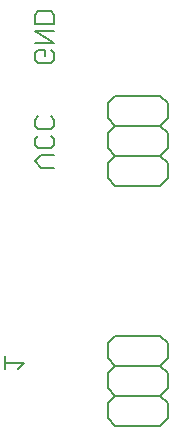
<source format=gbo>
G75*
%MOIN*%
%OFA0B0*%
%FSLAX24Y24*%
%IPPOS*%
%LPD*%
%AMOC8*
5,1,8,0,0,1.08239X$1,22.5*
%
%ADD10C,0.0060*%
D10*
X002480Y003535D02*
X002480Y003962D01*
X002480Y003749D02*
X003121Y003749D01*
X002907Y003535D01*
X005900Y003400D02*
X005900Y002900D01*
X006150Y002650D01*
X005900Y002400D01*
X005900Y001900D01*
X006150Y001650D01*
X007650Y001650D01*
X007900Y001900D01*
X007900Y002400D01*
X007650Y002650D01*
X006150Y002650D01*
X005900Y003400D02*
X006150Y003650D01*
X007650Y003650D01*
X007900Y003400D01*
X007900Y002900D01*
X007650Y002650D01*
X007650Y003650D02*
X007900Y003900D01*
X007900Y004400D01*
X007650Y004650D01*
X006150Y004650D01*
X005900Y004400D01*
X005900Y003900D01*
X006150Y003650D01*
X006150Y009650D02*
X007650Y009650D01*
X007900Y009900D01*
X007900Y010400D01*
X007650Y010650D01*
X006150Y010650D01*
X005900Y010400D01*
X005900Y009900D01*
X006150Y009650D01*
X006150Y010650D02*
X005900Y010900D01*
X005900Y011400D01*
X006150Y011650D01*
X007650Y011650D01*
X007900Y011400D01*
X007900Y010900D01*
X007650Y010650D01*
X007650Y011650D02*
X007900Y011900D01*
X007900Y012400D01*
X007650Y012650D01*
X006150Y012650D01*
X005900Y012400D01*
X005900Y011900D01*
X006150Y011650D01*
X004121Y011642D02*
X004014Y011535D01*
X003587Y011535D01*
X003480Y011642D01*
X003480Y011856D01*
X003587Y011962D01*
X004014Y011962D02*
X004121Y011856D01*
X004121Y011642D01*
X004014Y011318D02*
X004121Y011211D01*
X004121Y010998D01*
X004014Y010891D01*
X003587Y010891D01*
X003480Y010998D01*
X003480Y011211D01*
X003587Y011318D01*
X003694Y010673D02*
X004121Y010673D01*
X004121Y010246D02*
X003694Y010246D01*
X003480Y010460D01*
X003694Y010673D01*
X003587Y013746D02*
X003480Y013853D01*
X003480Y014067D01*
X003587Y014173D01*
X003800Y014173D01*
X003800Y013960D01*
X003587Y013746D02*
X004014Y013746D01*
X004121Y013853D01*
X004121Y014067D01*
X004014Y014173D01*
X004121Y014391D02*
X003480Y014818D01*
X004121Y014818D01*
X004121Y015035D02*
X004121Y015356D01*
X004014Y015462D01*
X003587Y015462D01*
X003480Y015356D01*
X003480Y015035D01*
X004121Y015035D01*
X004121Y014391D02*
X003480Y014391D01*
M02*

</source>
